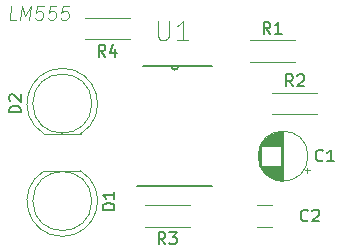
<source format=gto>
G04 #@! TF.GenerationSoftware,KiCad,Pcbnew,(5.0.0-3-g5ebb6b6)*
G04 #@! TF.CreationDate,2018-11-28T22:23:41-05:00*
G04 #@! TF.ProjectId,555_Timer,3535355F54696D65722E6B696361645F,rev?*
G04 #@! TF.SameCoordinates,Original*
G04 #@! TF.FileFunction,Legend,Top*
G04 #@! TF.FilePolarity,Positive*
%FSLAX46Y46*%
G04 Gerber Fmt 4.6, Leading zero omitted, Abs format (unit mm)*
G04 Created by KiCad (PCBNEW (5.0.0-3-g5ebb6b6)) date Wednesday, November 28, 2018 at 10:23:41 PM*
%MOMM*%
%LPD*%
G01*
G04 APERTURE LIST*
%ADD10C,0.120000*%
%ADD11C,0.152400*%
%ADD12C,0.150000*%
%ADD13C,0.050000*%
%ADD14C,0.075400*%
G04 APERTURE END LIST*
D10*
G04 #@! TO.C,C1*
X124945000Y-54610000D02*
G75*
G03X124945000Y-54610000I-2120000J0D01*
G01*
X122825000Y-56690000D02*
X122825000Y-52530000D01*
X122785000Y-56690000D02*
X122785000Y-52530000D01*
X122745000Y-56689000D02*
X122745000Y-52531000D01*
X122705000Y-56687000D02*
X122705000Y-52533000D01*
X122665000Y-56684000D02*
X122665000Y-52536000D01*
X122625000Y-56681000D02*
X122625000Y-55450000D01*
X122625000Y-53770000D02*
X122625000Y-52539000D01*
X122585000Y-56677000D02*
X122585000Y-55450000D01*
X122585000Y-53770000D02*
X122585000Y-52543000D01*
X122545000Y-56672000D02*
X122545000Y-55450000D01*
X122545000Y-53770000D02*
X122545000Y-52548000D01*
X122505000Y-56666000D02*
X122505000Y-55450000D01*
X122505000Y-53770000D02*
X122505000Y-52554000D01*
X122465000Y-56660000D02*
X122465000Y-55450000D01*
X122465000Y-53770000D02*
X122465000Y-52560000D01*
X122425000Y-56652000D02*
X122425000Y-55450000D01*
X122425000Y-53770000D02*
X122425000Y-52568000D01*
X122385000Y-56644000D02*
X122385000Y-55450000D01*
X122385000Y-53770000D02*
X122385000Y-52576000D01*
X122345000Y-56635000D02*
X122345000Y-55450000D01*
X122345000Y-53770000D02*
X122345000Y-52585000D01*
X122305000Y-56626000D02*
X122305000Y-55450000D01*
X122305000Y-53770000D02*
X122305000Y-52594000D01*
X122265000Y-56615000D02*
X122265000Y-55450000D01*
X122265000Y-53770000D02*
X122265000Y-52605000D01*
X122225000Y-56604000D02*
X122225000Y-55450000D01*
X122225000Y-53770000D02*
X122225000Y-52616000D01*
X122185000Y-56592000D02*
X122185000Y-55450000D01*
X122185000Y-53770000D02*
X122185000Y-52628000D01*
X122145000Y-56578000D02*
X122145000Y-55450000D01*
X122145000Y-53770000D02*
X122145000Y-52642000D01*
X122104000Y-56564000D02*
X122104000Y-55450000D01*
X122104000Y-53770000D02*
X122104000Y-52656000D01*
X122064000Y-56550000D02*
X122064000Y-55450000D01*
X122064000Y-53770000D02*
X122064000Y-52670000D01*
X122024000Y-56534000D02*
X122024000Y-55450000D01*
X122024000Y-53770000D02*
X122024000Y-52686000D01*
X121984000Y-56517000D02*
X121984000Y-55450000D01*
X121984000Y-53770000D02*
X121984000Y-52703000D01*
X121944000Y-56499000D02*
X121944000Y-55450000D01*
X121944000Y-53770000D02*
X121944000Y-52721000D01*
X121904000Y-56480000D02*
X121904000Y-55450000D01*
X121904000Y-53770000D02*
X121904000Y-52740000D01*
X121864000Y-56461000D02*
X121864000Y-55450000D01*
X121864000Y-53770000D02*
X121864000Y-52759000D01*
X121824000Y-56440000D02*
X121824000Y-55450000D01*
X121824000Y-53770000D02*
X121824000Y-52780000D01*
X121784000Y-56418000D02*
X121784000Y-55450000D01*
X121784000Y-53770000D02*
X121784000Y-52802000D01*
X121744000Y-56395000D02*
X121744000Y-55450000D01*
X121744000Y-53770000D02*
X121744000Y-52825000D01*
X121704000Y-56370000D02*
X121704000Y-55450000D01*
X121704000Y-53770000D02*
X121704000Y-52850000D01*
X121664000Y-56345000D02*
X121664000Y-55450000D01*
X121664000Y-53770000D02*
X121664000Y-52875000D01*
X121624000Y-56318000D02*
X121624000Y-55450000D01*
X121624000Y-53770000D02*
X121624000Y-52902000D01*
X121584000Y-56290000D02*
X121584000Y-55450000D01*
X121584000Y-53770000D02*
X121584000Y-52930000D01*
X121544000Y-56260000D02*
X121544000Y-55450000D01*
X121544000Y-53770000D02*
X121544000Y-52960000D01*
X121504000Y-56229000D02*
X121504000Y-55450000D01*
X121504000Y-53770000D02*
X121504000Y-52991000D01*
X121464000Y-56197000D02*
X121464000Y-55450000D01*
X121464000Y-53770000D02*
X121464000Y-53023000D01*
X121424000Y-56162000D02*
X121424000Y-55450000D01*
X121424000Y-53770000D02*
X121424000Y-53058000D01*
X121384000Y-56126000D02*
X121384000Y-55450000D01*
X121384000Y-53770000D02*
X121384000Y-53094000D01*
X121344000Y-56088000D02*
X121344000Y-55450000D01*
X121344000Y-53770000D02*
X121344000Y-53132000D01*
X121304000Y-56048000D02*
X121304000Y-55450000D01*
X121304000Y-53770000D02*
X121304000Y-53172000D01*
X121264000Y-56006000D02*
X121264000Y-55450000D01*
X121264000Y-53770000D02*
X121264000Y-53214000D01*
X121224000Y-55961000D02*
X121224000Y-55450000D01*
X121224000Y-53770000D02*
X121224000Y-53259000D01*
X121184000Y-55914000D02*
X121184000Y-55450000D01*
X121184000Y-53770000D02*
X121184000Y-53306000D01*
X121144000Y-55864000D02*
X121144000Y-55450000D01*
X121144000Y-53770000D02*
X121144000Y-53356000D01*
X121104000Y-55810000D02*
X121104000Y-55450000D01*
X121104000Y-53770000D02*
X121104000Y-53410000D01*
X121064000Y-55752000D02*
X121064000Y-55450000D01*
X121064000Y-53770000D02*
X121064000Y-53468000D01*
X121024000Y-55690000D02*
X121024000Y-55450000D01*
X121024000Y-53770000D02*
X121024000Y-53530000D01*
X120984000Y-55623000D02*
X120984000Y-53597000D01*
X120944000Y-55550000D02*
X120944000Y-53670000D01*
X120904000Y-55469000D02*
X120904000Y-53751000D01*
X120864000Y-55378000D02*
X120864000Y-53842000D01*
X120824000Y-55274000D02*
X120824000Y-53946000D01*
X120784000Y-55147000D02*
X120784000Y-54073000D01*
X120744000Y-54980000D02*
X120744000Y-54240000D01*
X125094801Y-55805000D02*
X124694801Y-55805000D01*
X124894801Y-56005000D02*
X124894801Y-55605000D01*
G04 #@! TO.C,C2*
X120636000Y-58770000D02*
X121894000Y-58770000D01*
X120636000Y-60610000D02*
X121894000Y-60610000D01*
G04 #@! TO.C,D1*
X104140462Y-61410000D02*
G75*
G02X102595170Y-55860000I-462J2990000D01*
G01*
X104139538Y-61410000D02*
G75*
G03X105684830Y-55860000I462J2990000D01*
G01*
X106640000Y-58420000D02*
G75*
G03X106640000Y-58420000I-2500000J0D01*
G01*
X105685000Y-55860000D02*
X102595000Y-55860000D01*
G04 #@! TO.C,D2*
X102595000Y-52725000D02*
X105685000Y-52725000D01*
X106640000Y-50165000D02*
G75*
G03X106640000Y-50165000I-2500000J0D01*
G01*
X104140462Y-47175000D02*
G75*
G03X102595170Y-52725000I-462J-2990000D01*
G01*
X104139538Y-47175000D02*
G75*
G02X105684830Y-52725000I462J-2990000D01*
G01*
G04 #@! TO.C,R1*
X120000000Y-46640000D02*
X123840000Y-46640000D01*
X120000000Y-44800000D02*
X123840000Y-44800000D01*
G04 #@! TO.C,R2*
X121905000Y-51085000D02*
X125745000Y-51085000D01*
X121905000Y-49245000D02*
X125745000Y-49245000D01*
G04 #@! TO.C,R3*
X114950000Y-60610000D02*
X111110000Y-60610000D01*
X114950000Y-58770000D02*
X111110000Y-58770000D01*
G04 #@! TO.C,R4*
X109870000Y-44735000D02*
X106030000Y-44735000D01*
X109870000Y-42895000D02*
X106030000Y-42895000D01*
D11*
G04 #@! TO.C,U1*
X110490000Y-57150000D02*
X116840000Y-57150000D01*
X116840000Y-46990000D02*
X113969800Y-46990000D01*
X113969800Y-46990000D02*
X113360200Y-46990000D01*
X113360200Y-46990000D02*
X110998000Y-46990000D01*
X113969800Y-46990000D02*
G75*
G02X113360200Y-46990000I-304800J0D01*
G01*
G04 #@! TO.C,C1*
D12*
X126198333Y-54967142D02*
X126150714Y-55014761D01*
X126007857Y-55062380D01*
X125912619Y-55062380D01*
X125769761Y-55014761D01*
X125674523Y-54919523D01*
X125626904Y-54824285D01*
X125579285Y-54633809D01*
X125579285Y-54490952D01*
X125626904Y-54300476D01*
X125674523Y-54205238D01*
X125769761Y-54110000D01*
X125912619Y-54062380D01*
X126007857Y-54062380D01*
X126150714Y-54110000D01*
X126198333Y-54157619D01*
X127150714Y-55062380D02*
X126579285Y-55062380D01*
X126865000Y-55062380D02*
X126865000Y-54062380D01*
X126769761Y-54205238D01*
X126674523Y-54300476D01*
X126579285Y-54348095D01*
G04 #@! TO.C,C2*
X124928333Y-60047142D02*
X124880714Y-60094761D01*
X124737857Y-60142380D01*
X124642619Y-60142380D01*
X124499761Y-60094761D01*
X124404523Y-59999523D01*
X124356904Y-59904285D01*
X124309285Y-59713809D01*
X124309285Y-59570952D01*
X124356904Y-59380476D01*
X124404523Y-59285238D01*
X124499761Y-59190000D01*
X124642619Y-59142380D01*
X124737857Y-59142380D01*
X124880714Y-59190000D01*
X124928333Y-59237619D01*
X125309285Y-59237619D02*
X125356904Y-59190000D01*
X125452142Y-59142380D01*
X125690238Y-59142380D01*
X125785476Y-59190000D01*
X125833095Y-59237619D01*
X125880714Y-59332857D01*
X125880714Y-59428095D01*
X125833095Y-59570952D01*
X125261666Y-60142380D01*
X125880714Y-60142380D01*
G04 #@! TO.C,D1*
X108552380Y-59158095D02*
X107552380Y-59158095D01*
X107552380Y-58920000D01*
X107600000Y-58777142D01*
X107695238Y-58681904D01*
X107790476Y-58634285D01*
X107980952Y-58586666D01*
X108123809Y-58586666D01*
X108314285Y-58634285D01*
X108409523Y-58681904D01*
X108504761Y-58777142D01*
X108552380Y-58920000D01*
X108552380Y-59158095D01*
X108552380Y-57634285D02*
X108552380Y-58205714D01*
X108552380Y-57920000D02*
X107552380Y-57920000D01*
X107695238Y-58015238D01*
X107790476Y-58110476D01*
X107838095Y-58205714D01*
G04 #@! TO.C,D2*
X100632380Y-50903095D02*
X99632380Y-50903095D01*
X99632380Y-50665000D01*
X99680000Y-50522142D01*
X99775238Y-50426904D01*
X99870476Y-50379285D01*
X100060952Y-50331666D01*
X100203809Y-50331666D01*
X100394285Y-50379285D01*
X100489523Y-50426904D01*
X100584761Y-50522142D01*
X100632380Y-50665000D01*
X100632380Y-50903095D01*
X99727619Y-49950714D02*
X99680000Y-49903095D01*
X99632380Y-49807857D01*
X99632380Y-49569761D01*
X99680000Y-49474523D01*
X99727619Y-49426904D01*
X99822857Y-49379285D01*
X99918095Y-49379285D01*
X100060952Y-49426904D01*
X100632380Y-49998333D01*
X100632380Y-49379285D01*
G04 #@! TO.C,R1*
X121753333Y-44252380D02*
X121420000Y-43776190D01*
X121181904Y-44252380D02*
X121181904Y-43252380D01*
X121562857Y-43252380D01*
X121658095Y-43300000D01*
X121705714Y-43347619D01*
X121753333Y-43442857D01*
X121753333Y-43585714D01*
X121705714Y-43680952D01*
X121658095Y-43728571D01*
X121562857Y-43776190D01*
X121181904Y-43776190D01*
X122705714Y-44252380D02*
X122134285Y-44252380D01*
X122420000Y-44252380D02*
X122420000Y-43252380D01*
X122324761Y-43395238D01*
X122229523Y-43490476D01*
X122134285Y-43538095D01*
G04 #@! TO.C,R2*
X123658333Y-48697380D02*
X123325000Y-48221190D01*
X123086904Y-48697380D02*
X123086904Y-47697380D01*
X123467857Y-47697380D01*
X123563095Y-47745000D01*
X123610714Y-47792619D01*
X123658333Y-47887857D01*
X123658333Y-48030714D01*
X123610714Y-48125952D01*
X123563095Y-48173571D01*
X123467857Y-48221190D01*
X123086904Y-48221190D01*
X124039285Y-47792619D02*
X124086904Y-47745000D01*
X124182142Y-47697380D01*
X124420238Y-47697380D01*
X124515476Y-47745000D01*
X124563095Y-47792619D01*
X124610714Y-47887857D01*
X124610714Y-47983095D01*
X124563095Y-48125952D01*
X123991666Y-48697380D01*
X124610714Y-48697380D01*
G04 #@! TO.C,R3*
X112863333Y-62062380D02*
X112530000Y-61586190D01*
X112291904Y-62062380D02*
X112291904Y-61062380D01*
X112672857Y-61062380D01*
X112768095Y-61110000D01*
X112815714Y-61157619D01*
X112863333Y-61252857D01*
X112863333Y-61395714D01*
X112815714Y-61490952D01*
X112768095Y-61538571D01*
X112672857Y-61586190D01*
X112291904Y-61586190D01*
X113196666Y-61062380D02*
X113815714Y-61062380D01*
X113482380Y-61443333D01*
X113625238Y-61443333D01*
X113720476Y-61490952D01*
X113768095Y-61538571D01*
X113815714Y-61633809D01*
X113815714Y-61871904D01*
X113768095Y-61967142D01*
X113720476Y-62014761D01*
X113625238Y-62062380D01*
X113339523Y-62062380D01*
X113244285Y-62014761D01*
X113196666Y-61967142D01*
G04 #@! TO.C,R4*
X107783333Y-46187380D02*
X107450000Y-45711190D01*
X107211904Y-46187380D02*
X107211904Y-45187380D01*
X107592857Y-45187380D01*
X107688095Y-45235000D01*
X107735714Y-45282619D01*
X107783333Y-45377857D01*
X107783333Y-45520714D01*
X107735714Y-45615952D01*
X107688095Y-45663571D01*
X107592857Y-45711190D01*
X107211904Y-45711190D01*
X108640476Y-45520714D02*
X108640476Y-46187380D01*
X108402380Y-45139761D02*
X108164285Y-45854047D01*
X108783333Y-45854047D01*
G04 #@! TO.C,U1*
D13*
X112211290Y-43143135D02*
X112211290Y-44471005D01*
X112289400Y-44627225D01*
X112367510Y-44705335D01*
X112523730Y-44783445D01*
X112836170Y-44783445D01*
X112992390Y-44705335D01*
X113070500Y-44627225D01*
X113148610Y-44471005D01*
X113148610Y-43143135D01*
X114788920Y-44783445D02*
X113851600Y-44783445D01*
X114320260Y-44783445D02*
X114320260Y-43143135D01*
X114164040Y-43377465D01*
X114007820Y-43533685D01*
X113851600Y-43611795D01*
D14*
X100212346Y-43057990D02*
X99672356Y-43057990D01*
X99814103Y-41924010D01*
X100590340Y-43057990D02*
X100732087Y-41924010D01*
X101008832Y-42733996D01*
X101488074Y-41924010D01*
X101346326Y-43057990D01*
X102568055Y-41924010D02*
X102028064Y-41924010D01*
X101906566Y-42464001D01*
X101967315Y-42410002D01*
X102082063Y-42356003D01*
X102352059Y-42356003D01*
X102453307Y-42410002D01*
X102500556Y-42464001D01*
X102541055Y-42571999D01*
X102507306Y-42841994D01*
X102439807Y-42949992D01*
X102379058Y-43003991D01*
X102264310Y-43057990D01*
X101994315Y-43057990D01*
X101893067Y-43003991D01*
X101845818Y-42949992D01*
X103648036Y-41924010D02*
X103108045Y-41924010D01*
X102986547Y-42464001D01*
X103047296Y-42410002D01*
X103162044Y-42356003D01*
X103432040Y-42356003D01*
X103533288Y-42410002D01*
X103580537Y-42464001D01*
X103621036Y-42571999D01*
X103587287Y-42841994D01*
X103519788Y-42949992D01*
X103459039Y-43003991D01*
X103344291Y-43057990D01*
X103074296Y-43057990D01*
X102973048Y-43003991D01*
X102925798Y-42949992D01*
X104728017Y-41924010D02*
X104188026Y-41924010D01*
X104066528Y-42464001D01*
X104127277Y-42410002D01*
X104242025Y-42356003D01*
X104512020Y-42356003D01*
X104613269Y-42410002D01*
X104660518Y-42464001D01*
X104701017Y-42571999D01*
X104667268Y-42841994D01*
X104599769Y-42949992D01*
X104539020Y-43003991D01*
X104424272Y-43057990D01*
X104154277Y-43057990D01*
X104053029Y-43003991D01*
X104005779Y-42949992D01*
G04 #@! TD*
M02*

</source>
